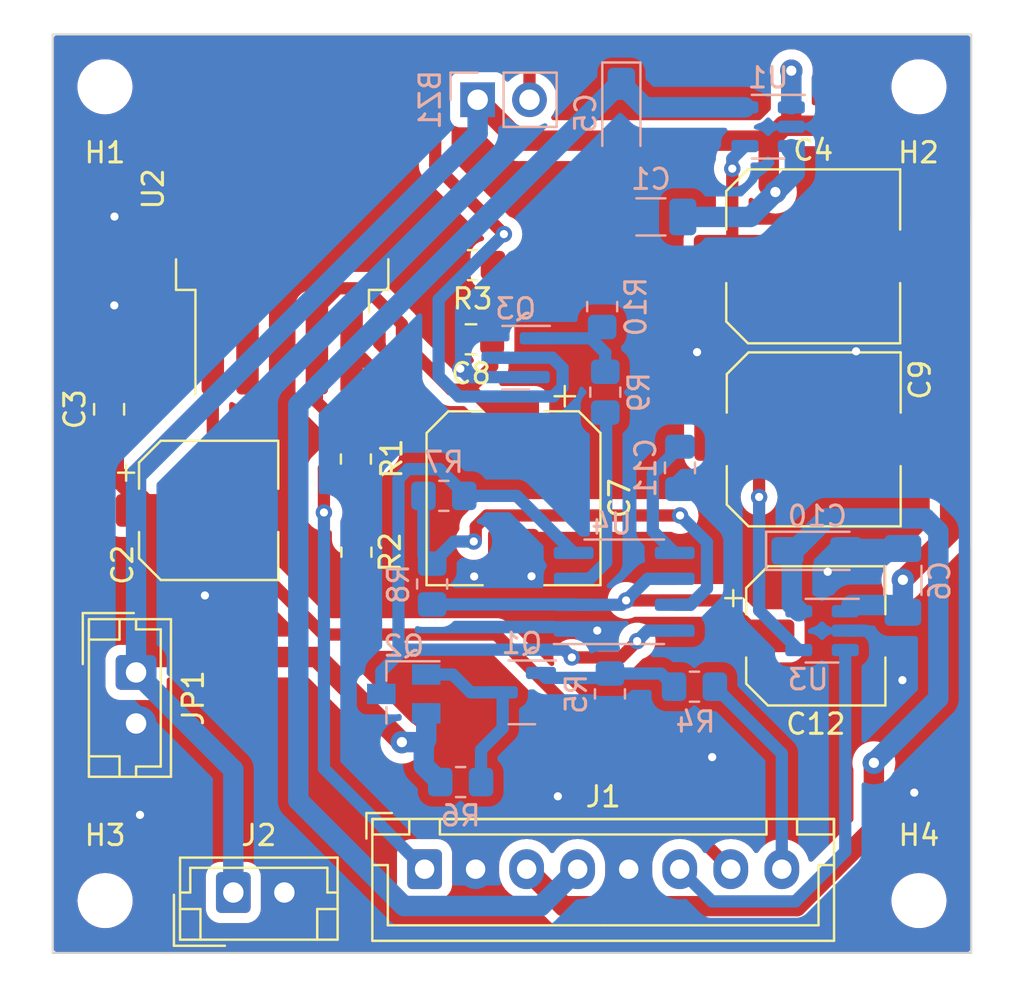
<source format=kicad_pcb>
(kicad_pcb (version 20221018) (generator pcbnew)
  (layers (0 "F.Cu" signal) (31 "B.Cu" signal) (34 "B.Paste" user) (35 "F.Paste" user) (36 "B.SilkS" user "B.Silkscreen") (37 "F.SilkS" user "F.Silkscreen") (38 "B.Mask" user) (39 "F.Mask" user) (44 "Edge.Cuts" user))
  (net 0 "")
  (net 1 "+5V")
  (net 2 "Net-(BZ1-+)")
  (net 3 "GND")
  (net 4 "Net-(U1-BP)")
  (net 5 "+3.3V")
  (net 6 "4.1V")
  (net 7 "Net-(U3-BP)")
  (net 8 "+3.3_2")
  (net 9 "Net-(U4-CV)")
  (net 10 "/Alarma/TRIG")
  (net 11 "/Alimentación/ctrGPSAc")
  (net 12 "/Alimentación/ctrSIM")
  (net 13 "/Alarma/CtrAl")
  (net 14 "Net-(Q1-Pad1)")
  (net 15 "Net-(Q2-G)")
  (net 16 "/Alarma/VA")
  (net 17 "Net-(Q3-Pad1)")
  (net 18 "Net-(U2-ADJ)")
  (net 19 "Net-(U4-DIS)")
  (net 20 "/Alarma/V5552")
  (footprint "Connector_JST:JST_XH_B8B-XH-A_1x08_P2.50mm_Vertical" (layer "F.Cu") (at 33.3108 55.88)
    (fp_text reference "J1" (at 8.75 -3.55) (layer "F.SilkS"))
    (fp_text value "Conn_01x08")
    (pad "1" thru_hole roundrect (at 0 0) (size 1.7 1.95) (drill 0.95) (layers "*.Cu" "*.Mask") (roundrect_rratio 0.147059) (net 6 "4.1V"))
    (pad "2" thru_hole oval (at 2.5 0) (size 1.7 1.95) (drill 0.95) (layers "*.Cu" "*.Mask") (net 3 "GND"))
    (pad "3" thru_hole oval (at 5 0) (size 1.7 1.95) (drill 0.95) (layers "*.Cu" "*.Mask") (net 8 "+3.3_2"))
    (pad "4" thru_hole oval (at 7.5 0) (size 1.7 1.95) (drill 0.95) (layers "*.Cu" "*.Mask") (net 5 "+3.3V"))
    (pad "5" thru_hole oval (at 10 0) (size 1.7 1.95) (drill 0.95) (layers "*.Cu" "*.Mask") (net 3 "GND"))
    (pad "6" thru_hole oval (at 12.5 0) (size 1.7 1.95) (drill 0.95) (layers "*.Cu" "*.Mask") (net 11 "/Alimentación/ctrGPSAc"))
    (pad "7" thru_hole oval (at 15 0) (size 1.7 1.95) (drill 0.95) (layers "*.Cu" "*.Mask") (net 12 "/Alimentación/ctrSIM"))
    (pad "8" thru_hole oval (at 17.5 0) (size 1.7 1.95) (drill 0.95) (layers "*.Cu" "*.Mask") (net 13 "/Alarma/CtrAl"))
  )
  (footprint "MountingHole:MountingHole_2.2mm_M2" (layer "F.Cu") (at 17.66 57.42)
    (fp_text reference "H3" (at 0 -3.2) (layer "F.SilkS"))
    (fp_text value "MountingHole")
    (pad "" np_thru_hole circle (at 0 0) (size 2.2 2.2) (drill 2.2) (layers "*.Cu" "*.Mask"))
  )
  (footprint "Capacitor_SMD:C_Elec_8x10.2" (layer "F.Cu") (at 52.3494 25.8572)
    (fp_text reference "C4" (at 0 -5.2) (layer "F.SilkS"))
    (fp_text value "470u")
    (pad "1" smd roundrect (at -3.6 0) (size 4.5 2.1) (layers "F.Cu" "F.Paste" "F.Mask") (roundrect_rratio 0.119048) (net 4 "Net-(U1-BP)"))
    (pad "2" smd roundrect (at 3.6 0) (size 4.5 2.1) (layers "F.Cu" "F.Paste" "F.Mask") (roundrect_rratio 0.119048) (net 3 "GND"))
  )
  (footprint "Capacitor_SMD:C_0805_2012Metric_Pad1.18x1.45mm_HandSolder" (layer "F.Cu") (at 35.5854 29.9212 180)
    (fp_text reference "C8" (at 0 -1.68) (layer "F.SilkS"))
    (fp_text value "100n")
    (pad "1" smd roundrect (at -1.0375 0 180) (size 1.175 1.45) (layers "F.Cu" "F.Paste" "F.Mask") (roundrect_rratio 0.212766) (net 6 "4.1V"))
    (pad "2" smd roundrect (at 1.0375 0 180) (size 1.175 1.45) (layers "F.Cu" "F.Paste" "F.Mask") (roundrect_rratio 0.212766) (net 3 "GND"))
  )
  (footprint "MountingHole:MountingHole_2.2mm_M2" (layer "F.Cu") (at 17.653 17.5514)
    (fp_text reference "H1" (at 0 3.2258) (layer "F.SilkS"))
    (fp_text value "MountingHole")
    (pad "" np_thru_hole circle (at 0 0) (size 2.2 2.2) (drill 2.2) (layers "*.Cu" "*.Mask"))
  )
  (footprint "Capacitor_SMD:CP_Elec_6.3x5.4" (layer "F.Cu") (at 22.733 38.3032)
    (fp_text reference "C2" (at -4.2164 2.667 90) (layer "F.SilkS"))
    (fp_text value "100u")
    (pad "1" smd roundrect (at -2.8 0) (size 3.5 1.6) (layers "F.Cu" "F.Paste" "F.Mask") (roundrect_rratio 0.15625) (net 1 "+5V"))
    (pad "2" smd roundrect (at 2.8 0) (size 3.5 1.6) (layers "F.Cu" "F.Paste" "F.Mask") (roundrect_rratio 0.15625) (net 3 "GND"))
  )
  (footprint "Capacitor_SMD:C_0805_2012Metric_Pad1.18x1.45mm_HandSolder" (layer "F.Cu") (at 17.8562 33.3502 90)
    (fp_text reference "C3" (at 0 -1.68 90) (layer "F.SilkS"))
    (fp_text value "1u")
    (pad "1" smd roundrect (at -1.0375 0 90) (size 1.175 1.45) (layers "F.Cu" "F.Paste" "F.Mask") (roundrect_rratio 0.212766) (net 1 "+5V"))
    (pad "2" smd roundrect (at 1.0375 0 90) (size 1.175 1.45) (layers "F.Cu" "F.Paste" "F.Mask") (roundrect_rratio 0.212766) (net 3 "GND"))
  )
  (footprint "Connector_JST:JST_EH_B2B-EH-A_1x02_P2.50mm_Vertical" (layer "F.Cu") (at 23.9414 57.023)
    (fp_text reference "J2" (at 1.25 -2.8) (layer "F.SilkS"))
    (fp_text value "Conn_01x02")
    (pad "1" thru_hole roundrect (at 0 0) (size 1.7 2) (drill 1) (layers "*.Cu" "*.Mask") (roundrect_rratio 0.147059) (net 1 "+5V"))
    (pad "2" thru_hole oval (at 2.5 0) (size 1.7 2) (drill 1) (layers "*.Cu" "*.Mask") (net 3 "GND"))
  )
  (footprint "Capacitor_SMD:CP_Elec_8x10" (layer "F.Cu") (at 37.6682 37.7091 -90)
    (fp_text reference "C7" (at 0 -5.2 90) (layer "F.SilkS"))
    (fp_text value "330u")
    (pad "1" smd roundrect (at -3.25 0 270) (size 3.5 2.5) (layers "F.Cu" "F.Paste" "F.Mask") (roundrect_rratio 0.1) (net 6 "4.1V"))
    (pad "2" smd roundrect (at 3.25 0 270) (size 3.5 2.5) (layers "F.Cu" "F.Paste" "F.Mask") (roundrect_rratio 0.1) (net 3 "GND"))
  )
  (footprint "Resistor_SMD:R_0805_2012Metric_Pad1.20x1.40mm_HandSolder" (layer "F.Cu") (at 35.6616 26.289 180)
    (fp_text reference "R3" (at 0 -1.65) (layer "F.SilkS"))
    (fp_text value "470")
    (pad "1" smd roundrect (at -1 0 180) (size 1.2 1.4) (layers "F.Cu" "F.Paste" "F.Mask") (roundrect_rratio 0.208333) (net 6 "4.1V"))
    (pad "2" smd roundrect (at 1 0 180) (size 1.2 1.4) (layers "F.Cu" "F.Paste" "F.Mask") (roundrect_rratio 0.208333) (net 3 "GND"))
  )
  (footprint "Capacitor_SMD:C_Elec_8x10.2" (layer "F.Cu") (at 52.3748 34.8234)
    (fp_text reference "C9" (at 5.207 -2.921 90) (layer "F.SilkS"))
    (fp_text value "470u")
    (pad "1" smd roundrect (at -3.6 0) (size 4.5 2.1) (layers "F.Cu" "F.Paste" "F.Mask") (roundrect_rratio 0.119048) (net 7 "Net-(U3-BP)"))
    (pad "2" smd roundrect (at 3.6 0) (size 4.5 2.1) (layers "F.Cu" "F.Paste" "F.Mask") (roundrect_rratio 0.119048) (net 3 "GND"))
  )
  (footprint "Capacitor_SMD:CP_Elec_6.3x5.4" (layer "F.Cu") (at 52.4764 44.45)
    (fp_text reference "C12" (at 0 4.318) (layer "F.SilkS"))
    (fp_text value "100u")
    (pad "1" smd roundrect (at -2.8 0) (size 3.5 1.6) (layers "F.Cu" "F.Paste" "F.Mask") (roundrect_rratio 0.15625) (net 10 "/Alarma/TRIG"))
    (pad "2" smd roundrect (at 2.8 0) (size 3.5 1.6) (layers "F.Cu" "F.Paste" "F.Mask") (roundrect_rratio 0.15625) (net 3 "GND"))
  )
  (footprint "Package_TO_SOT_SMD:TO-263-5_TabPin3" (layer "F.Cu") (at 26.3362 22.6776 90)
    (fp_text reference "U2" (at 0.1224 -6.321 90) (layer "F.SilkS"))
    (fp_text value "MIC29302WU")
    (pad "1" smd roundrect (at -7.65 -3.4 90) (size 4.6 1.1) (layers "F.Cu" "F.Paste" "F.Mask") (roundrect_rratio 0.227273) (net 12 "/Alimentación/ctrSIM"))
    (pad "2" smd roundrect (at -7.65 -1.7 90) (size 4.6 1.1) (layers "F.Cu" "F.Paste" "F.Mask") (roundrect_rratio 0.227273) (net 1 "+5V"))
    (pad "3" smd roundrect (at -7.65 0 90) (size 4.6 1.1) (layers "F.Cu" "F.Paste" "F.Mask") (roundrect_rratio 0.227273) (net 3 "GND"))
    (pad "3" smd roundrect (at -0.925 -2.775 90) (size 4.55 5.25) (layers "F.Cu" "F.Paste") (roundrect_rratio 0.054945) (net 3 "GND"))
    (pad "3" smd roundrect (at -0.925 2.775 90) (size 4.55 5.25) (layers "F.Cu" "F.Paste") (roundrect_rratio 0.054945) (net 3 "GND"))
    (pad "3" smd roundrect (at 1.5 0 90) (size 9.4 10.8) (layers "F.Cu" "F.Mask") (roundrect_rratio 0.026596) (net 3 "GND"))
    (pad "3" smd roundrect (at 3.925 -2.775 90) (size 4.55 5.25) (layers "F.Cu" "F.Paste") (roundrect_rratio 0.054945) (net 3 "GND"))
    (pad "3" smd roundrect (at 3.925 2.775 90) (size 4.55 5.25) (layers "F.Cu" "F.Paste") (roundrect_rratio 0.054945) (net 3 "GND"))
    (pad "4" smd roundrect (at -7.65 1.7 90) (size 4.6 1.1) (layers "F.Cu" "F.Paste" "F.Mask") (roundrect_rratio 0.227273) (net 6 "4.1V"))
    (pad "5" smd roundrect (at -7.65 3.4 90) (size 4.6 1.1) (layers "F.Cu" "F.Paste" "F.Mask") (roundrect_rratio 0.227273) (net 18 "Net-(U2-ADJ)"))
  )
  (footprint "Resistor_SMD:R_0805_2012Metric_Pad1.20x1.40mm_HandSolder" (layer "F.Cu") (at 29.9466 35.7886 -90)
    (fp_text reference "R1" (at -0.0254 -1.7526 90) (layer "F.SilkS"))
    (fp_text value "100k")
    (pad "1" smd roundrect (at -1 0 270) (size 1.2 1.4) (layers "F.Cu" "F.Paste" "F.Mask") (roundrect_rratio 0.208333) (net 6 "4.1V"))
    (pad "2" smd roundrect (at 1 0 270) (size 1.2 1.4) (layers "F.Cu" "F.Paste" "F.Mask") (roundrect_rratio 0.208333) (net 18 "Net-(U2-ADJ)"))
  )
  (footprint "Resistor_SMD:R_0805_2012Metric_Pad1.20x1.40mm_HandSolder" (layer "F.Cu") (at 29.972 40.3512 -90)
    (fp_text reference "R2" (at 0 -1.65 90) (layer "F.SilkS"))
    (fp_text value "43k")
    (pad "1" smd roundrect (at -1 0 270) (size 1.2 1.4) (layers "F.Cu" "F.Paste" "F.Mask") (roundrect_rratio 0.208333) (net 18 "Net-(U2-ADJ)"))
    (pad "2" smd roundrect (at 1 0 270) (size 1.2 1.4) (layers "F.Cu" "F.Paste" "F.Mask") (roundrect_rratio 0.208333) (net 3 "GND"))
  )
  (footprint "MountingHole:MountingHole_2.2mm_M2" (layer "F.Cu") (at 57.531 17.5514)
    (fp_text reference "H2" (at -0.0254 3.2258) (layer "F.SilkS"))
    (fp_text value "MountingHole")
    (pad "" np_thru_hole circle (at 0 0) (size 2.2 2.2) (drill 2.2) (layers "*.Cu" "*.Mask"))
  )
  (footprint "Connector_JST:JST_EH_B2B-EH-A_1x02_P2.50mm_Vertical" (layer "F.Cu") (at 19.177 46.2426 -90)
    (fp_text reference "JP1" (at 1.25 -2.8 90) (layer "F.SilkS"))
    (fp_text value "Conn_01x02")
    (pad "1" thru_hole roundrect (at 0 0 270) (size 1.7 2) (drill 1) (layers "*.Cu" "*.Mask") (roundrect_rratio 0.147059) (net 1 "+5V"))
    (pad "2" thru_hole oval (at 2.5 0 270) (size 1.7 2) (drill 1) (layers "*.Cu" "*.Mask") (net 3 "GND"))
  )
  (footprint "MountingHole:MountingHole_2.2mm_M2" (layer "F.Cu") (at 57.53 57.42)
    (fp_text reference "H4" (at 0 -3.2) (layer "F.SilkS"))
    (fp_text value "MountingHole")
    (pad "" np_thru_hole circle (at 0 0) (size 2.2 2.2) (drill 2.2) (layers "*.Cu" "*.Mask"))
  )
  (footprint "Capacitor_Tantalum_SMD:CP_EIA-3216-18_Kemet-A_Pad1.58x1.35mm_HandSolder" (layer "B.Cu") (at 52.5272 40.2844)
    (fp_text reference "C10" (at 0.0254 -1.7018) (layer "B.SilkS") (effects (justify mirror)))
    (fp_text value "2.2u")
    (pad "1" smd roundrect (at -1.4375 0) (size 1.575 1.35) (layers "B.Cu" "B.Paste" "B.Mask") (roundrect_rratio 0.185185) (net 8 "+3.3_2"))
    (pad "2" smd roundrect (at 1.4375 0) (size 1.575 1.35) (layers "B.Cu" "B.Paste" "B.Mask") (roundrect_rratio 0.185185) (net 3 "GND"))
  )
  (footprint "Resistor_SMD:R_0805_2012Metric_Pad1.20x1.40mm_HandSolder" (layer "B.Cu") (at 34.2552 37.592 180)
    (fp_text reference "R7" (at 0 1.65) (layer "B.SilkS") (effects (justify mirror)))
    (fp_text value "1k")
    (pad "1" smd roundrect (at -1 0 180) (size 1.2 1.4) (layers "B.Cu" "B.Paste" "B.Mask") (roundrect_rratio 0.208333) (net 16 "/Alarma/VA"))
    (pad "2" smd roundrect (at 1 0 180) (size 1.2 1.4) (layers "B.Cu" "B.Paste" "B.Mask") (roundrect_rratio 0.208333) (net 19 "Net-(U4-DIS)"))
  )
  (footprint "Package_TO_SOT_SMD:SOT-23-5" (layer "B.Cu") (at 52.7812 44.196 180)
    (fp_text reference "U3" (at 0.6812 -2.394) (layer "B.SilkS") (effects (justify mirror)))
    (fp_text value "MIC5219-3.3YM5")
    (pad "1" smd roundrect (at -1.1375 0.95 180) (size 1.325 0.6) (layers "B.Cu" "B.Paste" "B.Mask") (net 1 "+5V"))
    (pad "2" smd roundrect (at -1.1375 0 180) (size 1.325 0.6) (layers "B.Cu" "B.Paste" "B.Mask") (net 3 "GND"))
    (pad "3" smd roundrect (at -1.1375 -0.95 180) (size 1.325 0.6) (layers "B.Cu" "B.Paste" "B.Mask") (net 11 "/Alimentación/ctrGPSAc"))
    (pad "4" smd roundrect (at 1.1375 -0.95 180) (size 1.325 0.6) (layers "B.Cu" "B.Paste" "B.Mask") (net 7 "Net-(U3-BP)"))
    (pad "5" smd roundrect (at 1.1375 0.95 180) (size 1.325 0.6) (layers "B.Cu" "B.Paste" "B.Mask") (net 8 "+3.3_2"))
  )
  (footprint "Capacitor_SMD:C_1206_3216Metric_Pad1.33x1.80mm_HandSolder" (layer "B.Cu") (at 56.7436 41.7322 90)
    (fp_text reference "C6" (at -0.0254 1.8034 90) (layer "B.SilkS") (effects (justify mirror)))
    (fp_text value "10u")
    (pad "1" smd roundrect (at -1.5625 0 90) (size 1.325 1.8) (layers "B.Cu" "B.Paste" "B.Mask") (roundrect_rratio 0.188679) (net 1 "+5V"))
    (pad "2" smd roundrect (at 1.5625 0 90) (size 1.325 1.8) (layers "B.Cu" "B.Paste" "B.Mask") (roundrect_rratio 0.188679) (net 3 "GND"))
  )
  (footprint "Package_TO_SOT_SMD:SOT-23" (layer "B.Cu") (at 38.0746 47.2186 180)
    (fp_text reference "Q1" (at 0 2.4) (layer "B.SilkS") (effects (justify mirror)))
    (fp_text value "SI2302")
    (pad "1" smd roundrect (at -0.9375 0.95 180) (size 1.475 0.6) (layers "B.Cu" "B.Paste" "B.Mask") (net 14 "Net-(Q1-Pad1)"))
    (pad "2" smd roundrect (at -0.9375 -0.95 180) (size 1.475 0.6) (layers "B.Cu" "B.Paste" "B.Mask") (net 3 "GND"))
    (pad "3" smd roundrect (at 0.9375 0 180) (size 1.475 0.6) (layers "B.Cu" "B.Paste" "B.Mask") (net 15 "Net-(Q2-G)"))
  )
  (footprint "Capacitor_SMD:C_1206_3216Metric_Pad1.33x1.80mm_HandSolder" (layer "B.Cu") (at 44.3992 23.9268 180)
    (fp_text reference "C1" (at 0 1.85) (layer "B.SilkS") (effects (justify mirror)))
    (fp_text value "10u")
    (pad "1" smd roundrect (at -1.5625 0 180) (size 1.325 1.8) (layers "B.Cu" "B.Paste" "B.Mask") (roundrect_rratio 0.188679) (net 1 "+5V"))
    (pad "2" smd roundrect (at 1.5625 0 180) (size 1.325 1.8) (layers "B.Cu" "B.Paste" "B.Mask") (roundrect_rratio 0.188679) (net 3 "GND"))
  )
  (footprint "Capacitor_Tantalum_SMD:CP_EIA-3216-10_Kemet-I_Pad1.58x1.35mm_HandSolder" (layer "B.Cu") (at 42.9514 18.8468 -90)
    (fp_text reference "C5" (at 0 1.75 -270) (layer "B.SilkS") (effects (justify mirror)))
    (fp_text value "2.2u")
    (pad "1" smd roundrect (at -1.4375 0 270) (size 1.575 1.35) (layers "B.Cu" "B.Paste" "B.Mask") (roundrect_rratio 0.185185) (net 5 "+3.3V"))
    (pad "2" smd roundrect (at 1.4375 0 270) (size 1.575 1.35) (layers "B.Cu" "B.Paste" "B.Mask") (roundrect_rratio 0.185185) (net 3 "GND"))
  )
  (footprint "Resistor_SMD:R_0805_2012Metric_Pad1.20x1.40mm_HandSolder" (layer "B.Cu") (at 42.0116 28.321 90)
    (fp_text reference "R10" (at 0 1.65 90) (layer "B.SilkS") (effects (justify mirror)))
    (fp_text value "100k")
    (pad "1" smd roundrect (at -1 0 90) (size 1.2 1.4) (layers "B.Cu" "B.Paste" "B.Mask") (roundrect_rratio 0.208333) (net 17 "Net-(Q3-Pad1)"))
    (pad "2" smd roundrect (at 1 0 90) (size 1.2 1.4) (layers "B.Cu" "B.Paste" "B.Mask") (roundrect_rratio 0.208333) (net 3 "GND"))
  )
  (footprint "Resistor_SMD:R_0805_2012Metric_Pad1.20x1.40mm_HandSolder" (layer "B.Cu") (at 35.0774 51.6128)
    (fp_text reference "R6" (at 0 1.65) (layer "B.SilkS") (effects (justify mirror)))
    (fp_text value "100k")
    (pad "1" smd roundrect (at -1 0) (size 1.2 1.4) (layers "B.Cu" "B.Paste" "B.Mask") (roundrect_rratio 0.208333) (net 1 "+5V"))
    (pad "2" smd roundrect (at 1 0) (size 1.2 1.4) (layers "B.Cu" "B.Paste" "B.Mask") (roundrect_rratio 0.208333) (net 15 "Net-(Q2-G)"))
  )
  (footprint "Resistor_SMD:R_0805_2012Metric_Pad1.20x1.40mm_HandSolder" (layer "B.Cu") (at 42.3926 47.2948 -90)
    (fp_text reference "R5" (at 0 1.65 90) (layer "B.SilkS") (effects (justify mirror)))
    (fp_text value "100k")
    (pad "1" smd roundrect (at -1 0 270) (size 1.2 1.4) (layers "B.Cu" "B.Paste" "B.Mask") (roundrect_rratio 0.208333) (net 14 "Net-(Q1-Pad1)"))
    (pad "2" smd roundrect (at 1 0 270) (size 1.2 1.4) (layers "B.Cu" "B.Paste" "B.Mask") (roundrect_rratio 0.208333) (net 3 "GND"))
  )
  (footprint "Package_TO_SOT_SMD:SOT-23" (layer "B.Cu") (at 37.7721 30.8254 180)
    (fp_text reference "Q3" (at 0 2.4) (layer "B.SilkS") (effects (justify mirror)))
    (fp_text value "SI2302")
    (pad "1" smd roundrect (at -0.9375 0.95 180) (size 1.475 0.6) (layers "B.Cu" "B.Paste" "B.Mask") (net 17 "Net-(Q3-Pad1)"))
    (pad "2" smd roundrect (at -0.9375 -0.95 180) (size 1.475 0.6) (layers "B.Cu" "B.Paste" "B.Mask") (net 3 "GND"))
    (pad "3" smd roundrect (at 0.9375 0 180) (size 1.475 0.6) (layers "B.Cu" "B.Paste" "B.Mask") (net 2 "Net-(BZ1-+)"))
  )
  (footprint "Resistor_SMD:R_0805_2012Metric_Pad1.20x1.40mm_HandSolder" (layer "B.Cu") (at 33.6804 41.91 -90)
    (fp_text reference "R8" (at 0 1.65 90) (layer "B.SilkS") (effects (justify mirror)))
    (fp_text value "2k")
    (pad "1" smd roundrect (at -1 0 270) (size 1.2 1.4) (layers "B.Cu" "B.Paste" "B.Mask") (roundrect_rratio 0.208333) (net 19 "Net-(U4-DIS)"))
    (pad "2" smd roundrect (at 1 0 270) (size 1.2 1.4) (layers "B.Cu" "B.Paste" "B.Mask") (roundrect_rratio 0.208333) (net 10 "/Alarma/TRIG"))
  )
  (footprint "Resistor_SMD:R_0805_2012Metric_Pad1.20x1.40mm_HandSolder" (layer "B.Cu") (at 46.5328 46.9392 180)
    (fp_text reference "R4" (at -0.0508 -1.7272) (layer "B.SilkS") (effects (justify mirror)))
    (fp_text value "1k")
    (pad "1" smd roundrect (at -1 0 180) (size 1.2 1.4) (layers "B.Cu" "B.Paste" "B.Mask") (roundrect_rratio 0.208333) (net 13 "/Alarma/CtrAl"))
    (pad "2" smd roundrect (at 1 0 180) (size 1.2 1.4) (layers "B.Cu" "B.Paste" "B.Mask") (roundrect_rratio 0.208333) (net 14 "Net-(Q1-Pad1)"))
  )
  (footprint "Resistor_SMD:R_0805_2012Metric_Pad1.20x1.40mm_HandSolder" (layer "B.Cu") (at 42.164 32.512 90)
    (fp_text reference "R9" (at 0 1.65 90) (layer "B.SilkS") (effects (justify mirror)))
    (fp_text value "1k")
    (pad "1" smd roundrect (at -1 0 90) (size 1.2 1.4) (layers "B.Cu" "B.Paste" "B.Mask") (roundrect_rratio 0.208333) (net 20 "/Alarma/V5552"))
    (pad "2" smd roundrect (at 1 0 90) (size 1.2 1.4) (layers "B.Cu" "B.Paste" "B.Mask") (roundrect_rratio 0.208333) (net 17 "Net-(Q3-Pad1)"))
  )
  (footprint "Connector_PinHeader_2.54mm:PinHeader_1x02_P2.54mm_Vertical" (layer "B.Cu") (at 35.9106 18.1864 -90)
    (fp_text reference "BZ1" (at 0 2.33 90) (layer "B.SilkS") (effects (justify mirror)))
    (fp_text value "Buzzer")
    (pad "1" thru_hole rect (at 0 0 270) (size 1.7 1.7) (drill 1) (layers "*.Cu" "*.Mask") (net 1 "+5V"))
    (pad "2" thru_hole oval (at 0 -2.54 270) (size 1.7 1.7) (drill 1) (layers "*.Cu" "*.Mask") (net 2 "Net-(BZ1-+)"))
  )
  (footprint "Package_TO_SOT_SMD:SuperSOT-3" (layer "B.Cu") (at 32.2912 47.2948 180)
    (fp_text reference "Q2" (at 0 2.35) (layer "B.SilkS") (effects (justify mirror)))
    (fp_text value "FDN340P")
    (pad "1" smd rect (at -1.1 0.95 180) (size 1.4 1) (layers "B.Cu" "B.Paste" "B.Mask") (net 15 "Net-(Q2-G)"))
    (pad "2" smd rect (at -1.1 -0.95 180) (size 1.4 1) (layers "B.Cu" "B.Paste" "B.Mask") (net 1 "+5V"))
    (pad "3" smd rect (at 1.1 0 180) (size 1.4 1) (layers "B.Cu" "B.Paste" "B.Mask") (net 16 "/Alarma/VA"))
  )
  (footprint "Capacitor_SMD:C_0805_2012Metric_Pad1.18x1.45mm_HandSolder" (layer "B.Cu") (at 45.8216 36.2204 -90)
    (fp_text reference "C11" (at 0 1.68 90) (layer "B.SilkS") (effects (justify mirror)))
    (fp_text value "10n")
    (pad "1" smd roundrect (at -1.0375 0 270) (size 1.175 1.45) (layers "B.Cu" "B.Paste" "B.Mask") (roundrect_rratio 0.212766) (net 9 "Net-(U4-CV)"))
    (pad "2" smd roundrect (at 1.0375 0 270) (size 1.175 1.45) (layers "B.Cu" "B.Paste" "B.Mask") (roundrect_rratio 0.212766) (net 3 "GND"))
  )
  (footprint "Package_TO_SOT_SMD:SOT-23-5" (layer "B.Cu") (at 50.1396 19.5072 180)
    (fp_text reference "U1" (at 0 2.4) (layer "B.SilkS") (effects (justify mirror)))
    (fp_text value "MIC5219-3.3YM5")
    (pad "1" smd roundrect (at -1.1375 0.95 180) (size 1.325 0.6) (layers "B.Cu" "B.Paste" "B.Mask") (net 1 "+5V"))
    (pad "2" smd roundrect (at -1.1375 0 180) (size 1.325 0.6) (layers "B.Cu" "B.Paste" "B.Mask") (net 3 "GND"))
    (pad "3" smd roundrect (at -1.1375 -0.95 180) (size 1.325 0.6) (layers "B.Cu" "B.Paste" "B.Mask") (net 1 "+5V"))
    (pad "4" smd roundrect (at 1.1375 -0.95 180) (size 1.325 0.6) (layers "B.Cu" "B.Paste" "B.Mask") (net 4 "Net-(U1-BP)"))
    (pad "5" smd roundrect (at 1.1375 0.95 180) (size 1.325 0.6) (layers "B.Cu" "B.Paste" "B.Mask") (net 5 "+3.3V"))
  )
  (footprint "Package_SO:SOIC-8_3.9x4.9mm_P1.27mm" (layer "B.Cu") (at 43.0926 42.291)
    (fp_text reference "U4" (at -0.6238 -3.3274) (layer "B.SilkS") (effects (justify mirror)))
    (fp_text value "NA555D")
    (pad "1" smd roundrect (at -2.475 1.905) (size 1.95 0.6) (layers "B.Cu" "B.Paste" "B.Mask") (net 3 "GND"))
    (pad "2" smd roundrect (at -2.475 0.635) (size 1.95 0.6) (layers "B.Cu" "B.Paste" "B.Mask") (net 10 "/Alarma/TRIG"))
    (pad "3" smd roundrect (at -2.475 -0.635) (size 1.95 0.6) (layers "B.Cu" "B.Paste" "B.Mask") (net 20 "/Alarma/V5552"))
    (pad "4" smd roundrect (at -2.475 -1.905) (size 1.95 0.6) (layers "B.Cu" "B.Paste" "B.Mask") (net 16 "/Alarma/VA"))
    (pad "5" smd roundrect (at 2.475 -1.905) (size 1.95 0.6) (layers "B.Cu" "B.Paste" "B.Mask") (net 9 "Net-(U4-CV)"))
    (pad "6" smd roundrect (at 2.475 -0.635) (size 1.95 0.6) (layers "B.Cu" "B.Paste" "B.Mask") (net 10 "/Alarma/TRIG"))
    (pad "7" smd roundrect (at 2.475 0.635) (size 1.95 0.6) (layers "B.Cu" "B.Paste" "B.Mask") (net 19 "Net-(U4-DIS)"))
    (pad "8" smd roundrect (at 2.475 1.905) (size 1.95 0.6) (layers "B.Cu" "B.Paste" "B.Mask") (net 16 "/Alarma/VA"))
  )
  (gr_rect (start 15.092 14.986) (end 60.092 59.986) (stroke (width 0.1)) (fill none) (layer "Edge.Cuts"))
  (segment (start 19.933 38.3032) (end 18.086 36.4562) (width 1) (layer "F.Cu") (net 1))
  (segment (start 35.9106 18.1864) (end 37.9141 20.1899) (width 1) (layer "F.Cu") (net 1))
  (segment (start 19.933 45.4866) (end 28.0283 45.4866) (width 1) (layer "F.Cu") (net 1))
  (segment (start 53.8424 19.4596) (end 59.0581 24.6753) (width 1) (layer "F.Cu") (net 1))
  (segment (start 19.933 45.4866) (end 19.933 38.3032) (width 1) (layer "F.Cu") (net 1))
  (segment (start 59.0581 39.3915) (end 56.7436 41.706) (width 1) (layer "F.Cu") (net 1))
  (segment (start 37.9141 20.1899) (end 50.1718 20.1899) (width 1) (layer "F.Cu") (net 1))
  (segment (start 18.086 34.3877) (end 18.4443 34.3877) (width 1) (layer "F.Cu") (net 1))
  (segment (start 21.5136 27.8765) (end 22.1965 27.1936) (width 1) (layer "F.Cu") (net 1))
  (segment (start 59.0581 24.6753) (end 59.0581 39.3915) (width 1) (layer "F.Cu") (net 1))
  (segment (start 50.1718 22.3842) (end 50.4952 22.7076) (width 1) (layer "F.Cu") (net 1))
  (segment (start 18.086 36.4562) (end 18.086 34.3877) (width 1) (layer "F.Cu") (net 1))
  (segment (start 50.9021 19.4596) (end 51.2771 19.4596) (width 1) (layer "F.Cu") (net 1))
  (segment (start 24.6362 28.163) (end 24.6362 30.3276) (width 1) (layer "F.Cu") (net 1))
  (segment (start 28.0283 45.4866) (end 32.1979 49.6562) (width 1) (layer "F.Cu") (net 1))
  (segment (start 17.8562 34.3877) (end 18.086 34.3877) (width 1) (layer "F.Cu") (net 1))
  (segment (start 22.1965 27.1936) (end 23.6668 27.1936) (width 1) (layer "F.Cu") (net 1))
  (segment (start 51.2771 19.4596) (end 51.2771 16.764) (width 1) (layer "F.Cu") (net 1))
  (segment (start 50.1718 20.1899) (end 50.1718 22.3842) (width 1) (layer "F.Cu") (net 1))
  (segment (start 50.1718 20.1899) (end 50.9021 19.4596) (width 1) (layer "F.Cu") (net 1))
  (segment (start 17.8562 34.3877) (end 18.086 34.3877) (width 1) (layer "F.Cu") (net 1))
  (segment (start 21.5136 31.3184) (end 21.5136 27.8765) (width 1) (layer "F.Cu") (net 1))
  (segment (start 18.4443 34.3877) (end 21.5136 31.3184) (width 1) (layer "F.Cu") (net 1))
  (segment (start 51.2771 19.4596) (end 53.8424 19.4596) (width 1) (layer "F.Cu") (net 1))
  (segment (start 19.933 45.4866) (end 19.177 46.2426) (width 1) (layer "F.Cu") (net 1))
  (segment (start 23.6668 27.1936) (end 24.6362 28.163) (width 1) (layer "F.Cu") (net 1))
  (via (at 51.2771 16.764) (size 1.1) (drill 0.5) (layers "F.Cu" "B.Cu") (net 1))
  (via (at 56.7436 41.706) (size 1.1) (drill 0.5) (layers "F.Cu" "B.Cu") (net 1))
  (via (at 32.1979 49.6562) (size 1.1) (drill 0.5) (layers "F.Cu" "B.Cu") (net 1))
  (via (at 50.4952 22.7076) (size 1.1) (drill 0.5) (layers "F.Cu" "B.Cu") (net 1))
  (segment (start 56.7436 42.9393) (end 54.2254 42.9393) (width 1) (layer "B.Cu") (net 1))
  (segment (start 23.9414 51.007) (end 19.177 46.2426) (width 1) (layer "B.Cu") (net 1))
  (segment (start 19.177 36.5719) (end 35.9106 19.8383) (width 1) (layer "B.Cu") (net 1))
  (segment (start 50.4952 22.7076) (end 51.4514 21.7514) (width 1) (layer "B.Cu") (net 1))
  (segment (start 32.1979 49.6562) (end 33.2609 49.6562) (width 1) (layer "B.Cu") (net 1))
  (segment (start 49.276 23.9268) (end 50.4952 22.7076) (width 1) (layer "B.Cu") (net 1))
  (segment (start 33.2713 50.8067) (end 33.2713 49.6666) (width 1) (layer "B.Cu") (net 1))
  (segment (start 51.2771 18.4045) (end 51.2771 16.764) (width 1) (layer "B.Cu") (net 1))
  (segment (start 45.9617 23.9268) (end 49.276 23.9268) (width 1) (layer "B.Cu") (net 1))
  (segment (start 56.7436 43.2947) (end 56.7436 42.9393) (width 1) (layer "B.Cu") (net 1))
  (segment (start 33.3912 49.5467) (end 33.2713 49.6666) (width 1) (layer "B.Cu") (net 1))
  (segment (start 56.7436 42.9393) (end 56.7436 41.706) (width 1) (layer "B.Cu") (net 1))
  (segment (start 23.9414 57.023) (end 23.9414 51.007) (width 1) (layer "B.Cu") (net 1))
  (segment (start 19.177 46.2426) (end 19.177 36.5719) (width 1) (layer "B.Cu") (net 1))
  (segment (start 51.4514 20.7815) (end 51.2771 20.6072) (width 1) (layer "B.Cu") (net 1))
  (segment (start 33.2609 49.6562) (end 33.2713 49.6666) (width 1) (layer "B.Cu") (net 1))
  (segment (start 33.3912 48.2448) (end 33.3912 49.5467) (width 1) (layer "B.Cu") (net 1))
  (segment (start 54.2254 42.9393) (end 53.9187 43.246) (width 0.601) (layer "B.Cu") (net 1))
  (segment (start 34.0774 51.6128) (end 33.2713 50.8067) (width 1) (layer "B.Cu") (net 1))
  (segment (start 51.2771 20.6072) (end 51.2771 20.4572) (width 0.601) (layer "B.Cu") (net 1))
  (segment (start 51.4514 21.7514) (end 51.4514 20.7815) (width 1) (layer "B.Cu") (net 1))
  (segment (start 51.2771 18.4045) (end 51.2771 18.5572) (width 0.601) (layer "B.Cu") (net 1))
  (segment (start 35.9106 19.8383) (end 35.9106 18.1864) (width 1) (layer "B.Cu") (net 1))
  (segment (start 38.4506 16.256) (end 38.4506 18.1864) (width 0.6) (layer "F.Cu") (net 2))
  (segment (start 34.8488 16.256) (end 38.4506 16.256) (width 0.6) (layer "F.Cu") (net 2))
  (segment (start 37.1966 24.7701) (end 33.8328 21.4063) (width 0.6) (layer "F.Cu") (net 2))
  (segment (start 33.8328 21.4063) (end 33.8328 17.272) (width 0.6) (layer "F.Cu") (net 2))
  (segment (start 33.8328 17.272) (end 34.8488 16.256) (width 0.6) (layer "F.Cu") (net 2))
  (via (at 37.1966 24.7701) (size 0.8) (drill 0.4) (layers "F.Cu" "B.Cu") (net 2))
  (segment (start 40.0712 32.2616) (end 39.6088 32.724) (width 0.6) (layer "B.Cu") (net 2))
  (segment (start 39.6088 32.724) (end 34.9847 32.724) (width 0.6) (layer "B.Cu") (net 2))
  (segment (start 33.9991 27.9676) (end 37.1966 24.7701) (width 0.6) (layer "B.Cu") (net 2))
  (segment (start 39.5653 30.8254) (end 40.0712 31.3313) (width 0.6) (layer "B.Cu") (net 2))
  (segment (start 34.9847 32.724) (end 33.9991 31.7384) (width 0.6) (layer "B.Cu") (net 2))
  (segment (start 33.9991 31.7384) (end 33.9991 27.9676) (width 0.6) (layer "B.Cu") (net 2))
  (segment (start 40.0712 31.3313) (end 40.0712 32.2616) (width 0.6) (layer "B.Cu") (net 2))
  (segment (start 36.8346 30.8254) (end 39.5653 30.8254) (width 0.6) (layer "B.Cu") (net 2))
  (segment (start 55.2764 44.3404) (end 55.2764 44.45) (width 0.6) (layer "F.Cu") (net 3))
  (segment (start 26.6862 21.1776) (end 29.1112 18.7526) (width 0.6) (layer "F.Cu") (net 3))
  (segment (start 34.5479 26.289) (end 34.6616 26.289) (width 0.6) (layer "F.Cu") (net 3))
  (segment (start 22.4068 25.3877) (end 23.4579 25.3877) (width 0.6) (layer "F.Cu") (net 3))
  (segment (start 26.3362 28.266) (end 26.3362 30.3276) (width 0.6) (layer "F.Cu") (net 3))
  (segment (start 25.9862 21.1776) (end 23.5612 18.7526) (width 0.6) (layer "F.Cu") (net 3))
  (segment (start 26.6862 21.1776) (end 29.1112 23.6026) (width 0.6) (layer "F.Cu") (net 3))
  (segment (start 26.3362 21.1776) (end 26.6862 21.1776) (width 0.6) (layer "F.Cu") (net 3))
  (segment (start 29.8985 41.3512) (end 29.972 41.3512) (width 0.6) (layer "F.Cu") (net 3))
  (segment (start 26.3362 21.1776) (end 25.9862 21.1776) (width 0.6) (layer "F.Cu") (net 3))
  (segment (start 19.4685 48.7426) (end 19.177 48.7426) (width 0.6) (layer "F.Cu") (net 3))
  (segment (start 23.4579 23.7059) (end 23.5612 23.6026) (width 0.6) (layer "F.Cu") (net 3))
  (segment (start 23.4579 25.3877) (end 23.4579 23.7059) (width 0.6) (layer "F.Cu") (net 3))
  (segment (start 34.5479 29.9212) (end 34.5479 30.8481) (width 0.6) (layer "F.Cu") (net 3))
  (segment (start 23.5612 23.6026) (end 25.9862 21.1776) (width 0.6) (layer "F.Cu") (net 3))
  (segment (start 55.9494 34.798) (end 55.9748 34.8234) (width 0.6) (layer "F.Cu") (net 3))
  (segment (start 34.5479 30.8481) (end 35.061 31.3612) (width 0.6) (layer "F.Cu") (net 3))
  (via (at 19.37 53.22) (size 0.8) (drill 0.4) (layers "F.Cu" "B.Cu") (net 3))
  (via (at 22.55 42.47) (size 0.8) (drill 0.4) (layers "F.Cu" "B.Cu") (net 3))
  (via (at 35.74 41.54) (size 0.8) (drill 0.4) (layers "F.Cu" "B.Cu") (net 3))
  (via (at 18.12 23.91) (size 0.8) (drill 0.4) (layers "F.Cu" "B.Cu") (net 3))
  (via (at 54.45 30.51) (size 0.8) (drill 0.4) (layers "F.Cu" "B.Cu") (net 3))
  (via (at 41.77 44.19) (size 0.8) (drill 0.4) (layers "F.Cu" "B.Cu") (net 3))
  (via (at 53.06 41.31) (size 0.8) (drill 0.4) (layers "F.Cu" "B.Cu") (net 3))
  (via (at 38.55 41.53) (size 0.8) (drill 0.4) (layers "F.Cu" "B.Cu") (net 3))
  (via (at 47.4 50.39) (size 0.8) (drill 0.4) (layers "F.Cu" "B.Cu") (net 3))
  (via (at 18.11 28.26) (size 0.8) (drill 0.4) (layers "F.Cu" "B.Cu") (net 3))
  (via (at 57.3 52.13) (size 0.8) (drill 0.4) (layers "F.Cu" "B.Cu") (net 3))
  (via (at 56.72 46.62) (size 0.8) (drill 0.4) (layers "F.Cu" "B.Cu") (net 3))
  (via (at 35.061 31.3612) (size 0.8) (drill 0.4) (layers "F.Cu" "B.Cu") (net 3))
  (via (at 46.66 30.55) (size 0.8) (drill 0.4) (layers "F.Cu" "B.Cu") (net 3))
  (via (at 39.84 52.31) (size 0.8) (drill 0.4) (layers "F.Cu" "B.Cu") (net 3))
  (segment (start 56.8649 40.1697) (end 56.7436 40.1697) (width 0.6) (layer "B.Cu") (net 3))
  (segment (start 53.9187 44.196) (end 54.926 44.196) (width 0.6) (layer "B.Cu") (net 3))
  (segment (start 35.4752 31.7754) (end 38.7096 31.7754) (width 0.6) (layer "B.Cu") (net 3))
  (segment (start 35.8648 55.8292) (end 35.814 55.88) (width 0.6) (layer "B.Cu") (net 3))
  (segment (start 35.814 55.88) (end 35.8108 55.88) (width 0.6) (layer "B.Cu") (net 3))
  (segment (start 35.061 31.3612) (end 35.4752 31.7754) (width 0.6) (layer "B.Cu") (net 3))
  (segment (start 54.0794 40.1697) (end 53.9647 40.2844) (width 0.6) (layer "B.Cu") (net 3))
  (segment (start 42.9514 20.2843) (end 42.8367 20.399) (width 0.6) (layer "B.Cu") (net 3))
  (segment (start 48.3848 25.4926) (end 48.7494 25.8572) (width 0.6) (layer "F.Cu") (net 4))
  (segment (start 48.3848 21.5629) (end 48.3848 25.4926) (width 0.6) (layer "F.Cu") (net 4))
  (via (at 48.3848 21.5629) (size 0.8) (drill 0.4) (layers "F.Cu" "B.Cu") (net 4))
  (segment (start 49.0021 20.4572) (end 48.3848 21.0745) (width 0.6) (layer "B.Cu") (net 4))
  (segment (start 48.3848 21.0745) (end 48.3848 21.5629) (width 0.6) (layer "B.Cu") (net 4))
  (segment (start 44.0993 18.5572) (end 42.9514 17.4093) (width 1) (layer "B.Cu") (net 5))
  (segment (start 42.8448 17.4093) (end 42.9514 17.4093) (width 1) (layer "B.Cu") (net 5))
  (segment (start 40.8108 55.88) (end 39.0079 57.6829) (width 1) (layer "B.Cu") (net 5))
  (segment (start 39.0079 57.6829) (end 32.2963 57.6829) (width 1) (layer "B.Cu") (net 5))
  (segment (start 49.0021 18.5572) (end 44.0993 18.5572) (width 1) (layer "B.Cu") (net 5))
  (segment (start 27.1246 33.1295) (end 42.8448 17.4093) (width 1) (layer "B.Cu") (net 5))
  (segment (start 32.2963 57.6829) (end 27.1246 52.5112) (width 1) (layer "B.Cu") (net 5))
  (segment (start 27.1246 52.5112) (end 27.1246 33.1295) (width 1) (layer "B.Cu") (net 5))
  (segment (start 28.0362 30.3276) (end 28.0362 32.9911) (width 0.6) (layer "F.Cu") (net 6))
  (segment (start 28.0362 28.4581) (end 28.0362 30.3276) (width 0.6) (layer "F.Cu") (net 6))
  (segment (start 28.0362 32.9911) (end 29.8337 34.7886) (width 0.6) (layer "F.Cu") (net 6))
  (segment (start 36.6229 29.9212) (end 36.6616 29.8825) (width 0.6) (layer "F.Cu") (net 6))
  (segment (start 28.38 36.2423) (end 28.38 38.4045) (width 0.6) (layer "F.Cu") (net 6))
  (segment (start 29.8337 34.7886) (end 29.9466 34.7886) (width 0.6) (layer "F.Cu") (net 6))
  (segment (start 35.5378 32.3286) (end 37.6682 34.4591) (width 0.6) (layer "F.Cu") (net 6))
  (segment (start 32.2025 29.185) (end 30.4401 27.4226) (width 0.6) (layer "F.Cu") (net 6))
  (segment (start 36.6616 29.8825) (end 36.6616 26.289) (width 0.6) (layer "F.Cu") (net 6))
  (segment (start 36.6229 31.2435) (end 36.6229 29.9212) (width 0.6) (layer "F.Cu") (net 6))
  (segment (start 35.5378 32.3286) (end 35.476 32.3904) (width 0.6) (layer "F.Cu") (net 6))
  (segment (start 29.8337 34.7886) (end 28.38 36.2423) (width 0.6) (layer "F.Cu") (net 6))
  (segment (start 29.0717 27.4226) (end 28.0362 28.4581) (width 0.6) (layer "F.Cu") (net 6))
  (segment (start 30.4401 27.4226) (end 29.0717 27.4226) (width 0.6) (layer "F.Cu") (net 6))
  (segment (start 35.5378 32.3286) (end 36.6229 31.2435) (width 0.6) (layer "F.Cu") (net 6))
  (segment (start 28.38 38.4045) (end 28.3799 38.4045) (width 0.6) (layer "F.Cu") (net 6))
  (segment (start 32.2025 29.9797) (end 32.2025 29.185) (width 0.6) (layer "F.Cu") (net 6))
  (segment (start 35.476 32.3904) (end 34.6132 32.3904) (width 0.6) (layer "F.Cu") (net 6))
  (segment (start 34.6132 32.3904) (end 32.2025 29.9797) (width 0.6) (layer "F.Cu") (net 6))
  (via (at 28.3799 38.4045) (size 0.8) (drill 0.4) (layers "F.Cu" "B.Cu") (net 6))
  (segment (start 33.3108 55.88) (end 28.3799 50.9491) (width 0.6) (layer "B.Cu") (net 6))
  (segment (start 28.3799 50.9491) (end 28.3799 38.4045) (width 0.6) (layer "B.Cu") (net 6))
  (segment (start 48.7748 34.8234) (end 49.6993 35.7479) (width 0.6) (layer "F.Cu") (net 7))
  (segment (start 49.6993 35.7479) (end 49.6993 37.647) (width 0.6) (layer "F.Cu") (net 7))
  (via (at 49.6993 37.647) (size 0.8) (drill 0.4) (layers "F.Cu" "B.Cu") (net 7))
  (segment (start 51.6437 45.146) (end 49.6993 43.2016) (width 0.6) (layer "B.Cu") (net 7))
  (segment (start 49.6993 43.2016) (end 49.6993 37.647) (width 0.6) (layer "B.Cu") (net 7))
  (segment (start 38.3108 55.88) (end 40.1247 57.6939) (width 1) (layer "F.Cu") (net 8))
  (segment (start 40.1247 57.6939) (end 51.5318 57.6939) (width 1) (layer "F.Cu") (net 8))
  (segment (start 55.3222 53.9035) (end 55.3222 50.6692) (width 1) (layer "F.Cu") (net 8))
  (segment (start 51.5318 57.6939) (end 55.3222 53.9035) (width 1) (layer "F.Cu") (net 8))
  (via (at 55.3222 50.6692) (size 1.1) (drill 0.5) (layers "F.Cu" "B.Cu") (net 8))
  (segment (start 58.4795 47.5119) (end 58.4795 39.3352) (width 1) (layer "B.Cu") (net 8))
  (segment (start 51.1906 40.3853) (end 51.0897 40.2844) (width 1) (layer "B.Cu") (net 8))
  (segment (start 58.4795 39.3352) (end 57.8398 38.6955) (width 1) (layer "B.Cu") (net 8))
  (segment (start 51.3026 40.3853) (end 51.3026 42.9049) (width 1) (layer "B.Cu") (net 8))
  (segment (start 55.3222 50.6692) (end 58.4795 47.5119) (width 1) (layer "B.Cu") (net 8))
  (segment (start 51.3026 42.9049) (end 51.6437 43.246) (width 1) (layer "B.Cu") (net 8))
  (segment (start 57.8398 38.6955) (end 52.9924 38.6955) (width 1) (layer "B.Cu") (net 8))
  (segment (start 51.3026 40.3853) (end 51.1906 40.3853) (width 1) (layer "B.Cu") (net 8))
  (segment (start 52.9924 38.6955) (end 51.3026 40.3853) (width 1) (layer "B.Cu") (net 8))
  (segment (start 45.8216 35.1829) (end 44.4918 36.5127) (width 0.6) (layer "B.Cu") (net 9))
  (segment (start 44.4918 36.5127) (end 44.4918 39.3102) (width 0.6) (layer "B.Cu") (net 9))
  (segment (start 44.4918 39.3102) (end 45.5676 40.386) (width 0.6) (layer "B.Cu") (net 9))
  (segment (start 49.6764 44.45) (end 47.9396 42.7132) (width 0.6) (layer "F.Cu") (net 10))
  (segment (start 47.9396 42.7132) (end 43.1837 42.7132) (width 0.6) (layer "F.Cu") (net 10))
  (via (at 43.1837 42.7132) (size 0.8) (drill 0.4) (layers "F.Cu" "B.Cu") (net 10))
  (segment (start 44.2409 41.656) (end 43.1837 42.7132) (width 0.6) (layer "B.Cu") (net 10))
  (segment (start 45.5676 41.656) (end 44.2409 41.656) (width 0.6) (layer "B.Cu") (net 10))
  (segment (start 40.6016 42.91) (end 33.6804 42.91) (width 0.6) (layer "B.Cu") (net 10))
  (segment (start 40.6176 42.926) (end 40.6016 42.91) (width 0.6) (layer "B.Cu") (net 10))
  (segment (start 42.9709 42.926) (end 40.6176 42.926) (width 0.6) (layer "B.Cu") (net 10))
  (segment (start 43.1837 42.7132) (end 42.9709 42.926) (width 0.6) (layer "B.Cu") (net 10))
  (segment (start 47.389 57.4582) (end 51.479 57.4582) (width 0.6) (layer "B.Cu") (net 11))
  (segment (start 53.9187 55.0185) (end 53.9187 45.146) (width 0.6) (layer "B.Cu") (net 11))
  (segment (start 51.479 57.4582) (end 53.9187 55.0185) (width 0.6) (layer "B.Cu") (net 11))
  (segment (start 45.8108 55.88) (end 47.389 57.4582) (width 0.6) (layer "B.Cu") (net 11))
  (segment (start 48.3108 55.88) (end 36.8155 44.3847) (width 0.6) (layer "F.Cu") (net 12))
  (segment (start 28.3525 44.3847) (end 22.9362 38.9684) (width 0.6) (layer "F.Cu") (net 12))
  (segment (start 22.9362 38.9684) (end 22.9362 30.3276) (width 0.6) (layer "F.Cu") (net 12))
  (segment (start 36.8155 44.3847) (end 28.3525 44.3847) (width 0.6) (layer "F.Cu") (net 12))
  (segment (start 50.8108 50.2172) (end 47.5328 46.9392) (width 0.6) (layer "B.Cu") (net 13))
  (segment (start 50.8108 55.88) (end 50.8108 50.2172) (width 0.6) (layer "B.Cu") (net 13))
  (segment (start 42.1785 46.5089) (end 42.3926 46.2948) (width 0.6) (layer "B.Cu") (net 14))
  (segment (start 39.2524 46.5089) (end 42.1785 46.5089) (width 0.6) (layer "B.Cu") (net 14))
  (segment (start 44.8884 46.2948) (end 45.5328 46.9392) (width 0.6) (layer "B.Cu") (net 14))
  (segment (start 39.0121 46.2686) (end 39.2524 46.5089) (width 0.6) (layer "B.Cu") (net 14))
  (segment (start 42.3926 46.2948) (end 44.8884 46.2948) (width 0.6) (layer "B.Cu") (net 14))
  (segment (start 37.1371 48.9689) (end 37.1371 47.2186) (width 0.6) (layer "B.Cu") (net 15))
  (segment (start 34.6931 46.3448) (end 35.5669 47.2186) (width 0.6) (layer "B.Cu") (net 15))
  (segment (start 33.3912 46.3448) (end 34.6931 46.3448) (width 0.6) (layer "B.Cu") (net 15))
  (segment (start 35.5669 47.2186) (end 37.1371 47.2186) (width 0.6) (layer "B.Cu") (net 15))
  (segment (start 36.0774 51.6128) (end 36.0774 50.0286) (width 0.6) (layer "B.Cu") (net 15))
  (segment (start 36.0774 50.0286) (end 37.1371 48.9689) (width 0.6) (layer "B.Cu") (net 15))
  (segment (start 40.5239 45.507) (end 42.9236 45.507) (width 0.6) (layer "F.Cu") (net 16))
  (segment (start 42.9236 45.507) (end 43.7239 44.7067) (width 0.6) (layer "F.Cu") (net 16))
  (via (at 43.7239 44.7067) (size 0.8) (drill 0.4) (layers "F.Cu" "B.Cu") (net 16))
  (via (at 40.5239 45.507) (size 0.8) (drill 0.4) (layers "F.Cu" "B.Cu") (net 16))
  (segment (start 35.2552 37.4934) (end 35.2552 37.592) (width 0.6) (layer "B.Cu") (net 16))
  (segment (start 31.1912 46.1929) (end 32.258 45.1261) (width 0.6) (layer "B.Cu") (net 16))
  (segment (start 40.143 45.1261) (end 32.258 45.1261) (width 0.6) (layer "B.Cu") (net 16))
  (segment (start 35.2552 37.592) (end 37.8236 37.592) (width 0.6) (layer "B.Cu") (net 16))
  (segment (start 34.0422 36.2804) (end 35.2552 37.4934) (width 0.6) (layer "B.Cu") (net 16))
  (segment (start 32.0329 36.751) (end 32.5035 36.2804) (width 0.6) (layer "B.Cu") (net 16))
  (segment (start 44.2346 44.196) (end 43.7239 44.7067) (width 0.6) (layer "B.Cu") (net 16))
  (segment (start 32.258 45.1261) (end 32.0329 44.901) (width 0.6) (layer "B.Cu") (net 16))
  (segment (start 32.5035 36.2804) (end 34.0422 36.2804) (width 0.6) (layer "B.Cu") (net 16))
  (segment (start 37.8236 37.592) (end 40.6176 40.386) (width 0.6) (layer "B.Cu") (net 16))
  (segment (start 31.1912 47.2948) (end 31.1912 46.1929) (width 0.6) (layer "B.Cu") (net 16))
  (segment (start 40.5239 45.507) (end 40.143 45.1261) (width 0.6) (layer "B.Cu") (net 16))
  (segment (start 45.5676 44.196) (end 44.2346 44.196) (width 0.6) (layer "B.Cu") (net 16))
  (segment (start 32.0329 44.901) (end 32.0329 36.751) (width 0.6) (layer "B.Cu") (net 16))
  (segment (start 42.164 31.512) (end 42.164 30.5822) (width 0.6) (layer "B.Cu") (net 17))
  (segment (start 41.4572 29.8754) (end 42.0116 29.321) (width 0.6) (layer "B.Cu") (net 17))
  (segment (start 38.7096 29.8754) (end 41.4572 29.8754) (width 0.6) (layer "B.Cu") (net 17))
  (segment (start 42.164 30.5822) (end 41.4572 29.8754) (width 0.6) (layer "B.Cu") (net 17))
  (segment (start 31.2859 35.4747) (end 29.972 36.7886) (width 0.6) (layer "F.Cu") (net 18))
  (segment (start 31.2859 31.8773) (end 31.2859 35.4747) (width 0.6) (layer "F.Cu") (net 18))
  (segment (start 29.972 36.7886) (end 29.9466 36.7886) (width 0.6) (layer "F.Cu") (net 18))
  (segment (start 29.972 36.7886) (end 29.972 39.3512) (width 0.6) (layer "F.Cu") (net 18))
  (segment (start 29.7362 30.3276) (end 31.2859 31.8773) (width 0.6) (layer "F.Cu") (net 18))
  (segment (start 35.7187 39.8272) (end 35.8182 39.7277) (width 0.6) (layer "F.Cu") (net 19))
  (segment (start 35.8182 39.1001) (end 36.3657 38.5526) (width 0.6) (layer "F.Cu") (net 19))
  (segment (start 35.8182 39.7277) (end 35.8182 39.1001) (width 0.6) (layer "F.Cu") (net 19))
  (segment (start 36.3657 38.5526) (end 45.8269 38.5526) (width 0.6) (layer "F.Cu") (net 19))
  (via (at 45.8269 38.5526) (size 0.8) (drill 0.4) (layers "F.Cu" "B.Cu") (net 19))
  (via (at 35.7187 39.8272) (size 0.8) (drill 0.4) (layers "F.Cu" "B.Cu") (net 19))
  (segment (start 46.3368 42.926) (end 47.1451 42.1177) (width 0.6) (layer "B.Cu") (net 19))
  (segment (start 35.7187 39.8272) (end 35.4814 39.8272) (width 0.6) (layer "B.Cu") (net 19))
  (segment (start 45.5676 42.926) (end 46.3368 42.926) (width 0.6) (layer "B.Cu") (net 19))
  (segment (start 47.1451 42.1177) (end 47.1451 39.8708) (width 0.6) (layer "B.Cu") (net 19))
  (segment (start 33.2552 40.4848) (end 33.6804 40.91) (width 0.6) (layer "B.Cu") (net 19))
  (segment (start 34.7632 39.8272) (end 33.6804 40.91) (width 0.6) (layer "B.Cu") (net 19))
  (segment (start 47.1451 39.8708) (end 45.8269 38.5526) (width 0.6) (layer "B.Cu") (net 19))
  (segment (start 33.2552 37.592) (end 33.2552 40.4848) (width 0.6) (layer "B.Cu") (net 19))
  (segment (start 35.4814 39.8272) (end 34.7632 39.8272) (width 0.6) (layer "B.Cu") (net 19))
  (segment (start 35.7187 39.8272) (end 35.4814 39.8272) (width 0.6) (layer "B.Cu") (net 19))
  (segment (start 42.2082 40.84) (end 41.3922 41.656) (width 0.6) (layer "B.Cu") (net 20))
  (segment (start 40.63 41.64) (end 40.63 41.6436) (width 0.6) (layer "B.Cu") (net 20))
  (segment (start 41.3922 41.656) (end 40.6176 41.656) (width 0.6) (layer "B.Cu") (net 20))
  (segment (start 40.63 41.6436) (end 40.6176 41.656) (width 0.6) (layer "B.Cu") (net 20))
  (segment (start 42.164 33.512) (end 42.2082 33.5562) (width 0.6) (layer "B.Cu") (net 20))
  (segment (start 42.2082 33.5562) (end 42.2082 40.84) (width 0.6) (layer "B.Cu") (net 20))
  (zone (net 3) (net_name "GND") (layers "F&B.Cu") (connect_pads yes (clearance 0.5)) (min_thickness 0.25) (fill yes (thermal_gap 0.5) (thermal_bridge_width 0.5) (island_removal_mode 2) (island_area_min 10))
    (polygon (pts (xy 15.15 15.04) (xy 15.15 59.93) (xy 60.04 59.93) (xy 60.04 15.04)))
  )
)
</source>
